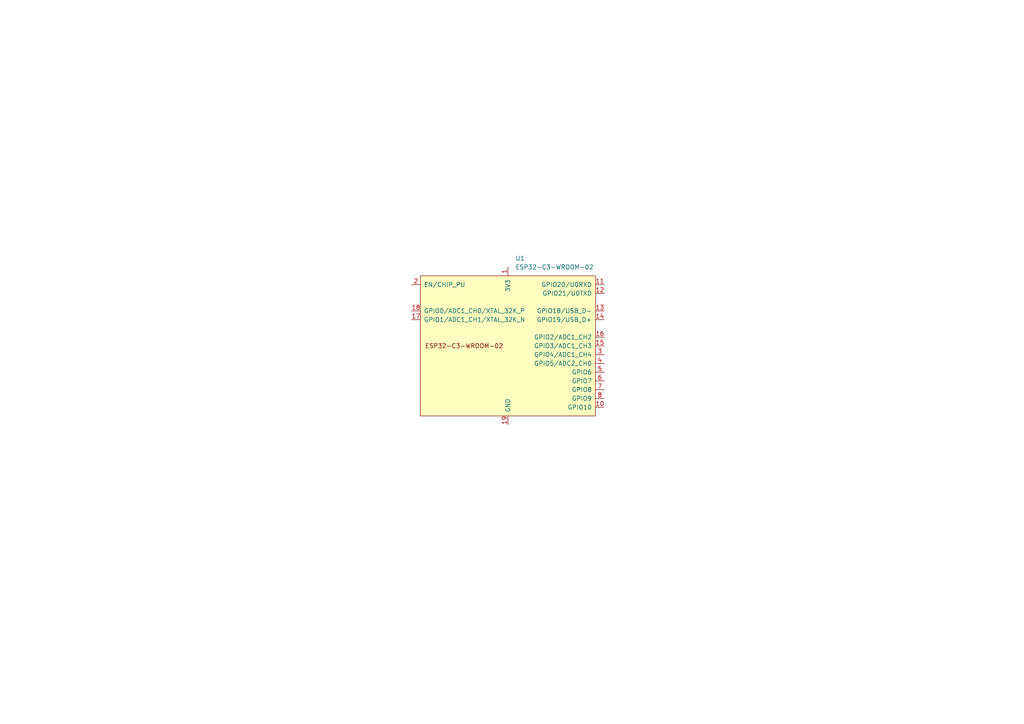
<source format=kicad_sch>
(kicad_sch (version 20250114) (generator "eeschema") (generator_version "9.0")
  (paper "A4")
  (lib_symbols
    (symbol "PCM_Espressif:ESP32-C3-WROOM-02" (pin_names (offset 1.016))
      (property "Reference" "U" (at -25.4 25.4 0))
      (property "Value" "ESP32-C3-WROOM-02" (at -25.4 22.86 0))
      (symbol "ESP32-C3-WROOM-02_0_0"
        (text "ESP32-C3-WROOM-02" (at -12.7 0 0) (effects (font (size 1.27 1.27))))
      )
      (symbol "ESP32-C3-WROOM-02_0_1"
        (rectangle (start 25.4 20.32) (end -25.4 -20.32) (fill (type background)))
      )
      (symbol "ESP32-C3-WROOM-02_1_1"
        (pin input line (at -27.94 17.78 0) (length 2.54) (name "EN/CHIP_PU") (number "2"))
        (pin bidirectional line (at -27.94 10.16 0) (length 2.54) (name "GPIO0/ADC1_CH0/XTAL_32K_P") (number "18"))
        (pin bidirectional line (at -27.94 7.62 0) (length 2.54) (name "GPIO1/ADC1_CH1/XTAL_32K_N") (number "17"))
        (pin power_in line (at 0 22.86 270) (length 2.54) (name "3V3") (number "1"))
        (pin power_in line (at 0 -22.86 90) (length 2.54) (name "GND") (number "19"))
        (pin passive line (at 0 -22.86 90) (length 2.54) (hide yes) (name "GND") (number "9"))
        (pin bidirectional line (at 27.94 17.78 180) (length 2.54) (name "GPIO20/U0RXD") (number "11"))
        (pin bidirectional line (at 27.94 15.24 180) (length 2.54) (name "GPIO21/U0TXD") (number "12"))
        (pin bidirectional line (at 27.94 10.16 180) (length 2.54) (name "GPIO18/USB_D-") (number "13"))
        (pin bidirectional line (at 27.94 7.62 180) (length 2.54) (name "GPIO19/USB_D+") (number "14"))
        (pin bidirectional line (at 27.94 2.54 180) (length 2.54) (name "GPIO2/ADC1_CH2") (number "16"))
        (pin bidirectional line (at 27.94 0 180) (length 2.54) (name "GPIO3/ADC1_CH3") (number "15"))
        (pin bidirectional line (at 27.94 -2.54 180) (length 2.54) (name "GPIO4/ADC1_CH4") (number "3"))
        (pin bidirectional line (at 27.94 -5.08 180) (length 2.54) (name "GPIO5/ADC2_CH0") (number "4"))
        (pin bidirectional line (at 27.94 -7.62 180) (length 2.54) (name "GPIO6") (number "5"))
        (pin bidirectional line (at 27.94 -10.16 180) (length 2.54) (name "GPIO7") (number "6"))
        (pin bidirectional line (at 27.94 -12.7 180) (length 2.54) (name "GPIO8") (number "7"))
        (pin bidirectional line (at 27.94 -15.24 180) (length 2.54) (name "GPIO9") (number "8"))
        (pin bidirectional line (at 27.94 -17.78 180) (length 2.54) (name "GPIO10") (number "10"))
      )
    )
  )
  (symbol (lib_id "PCM_Espressif:ESP32-C3-WROOM-02") (at 147.32 100.33 0) (unit 1)
    (property "Reference" "U1" (at 149.4633 74.93 0) (effects (justify left)))
    (property "Value" "ESP32-C3-WROOM-02" (at 149.4633 77.47 0) (effects (justify left)))
    (property "Footprint" "PCM_Espressif:ESP32-C3-WROOM-02" (effects (hide yes)))
    (property "Datasheet" "https://www.espressif.com/sites/default/files/documentation/esp32-c3-wroom-02_datasheet_en.pdf" (effects (hide yes)))
    (property "Description" "ESP32-C3-WROOM-02 is a general-purpose Wi-Fi and Bluetooth LE module. This module features a rich set of peripherals and high performance, which makes it an ideal choice for smart home, industrial automation, health care, consumer electronics, etc." (effects (hide yes)))
  )
)
</source>
